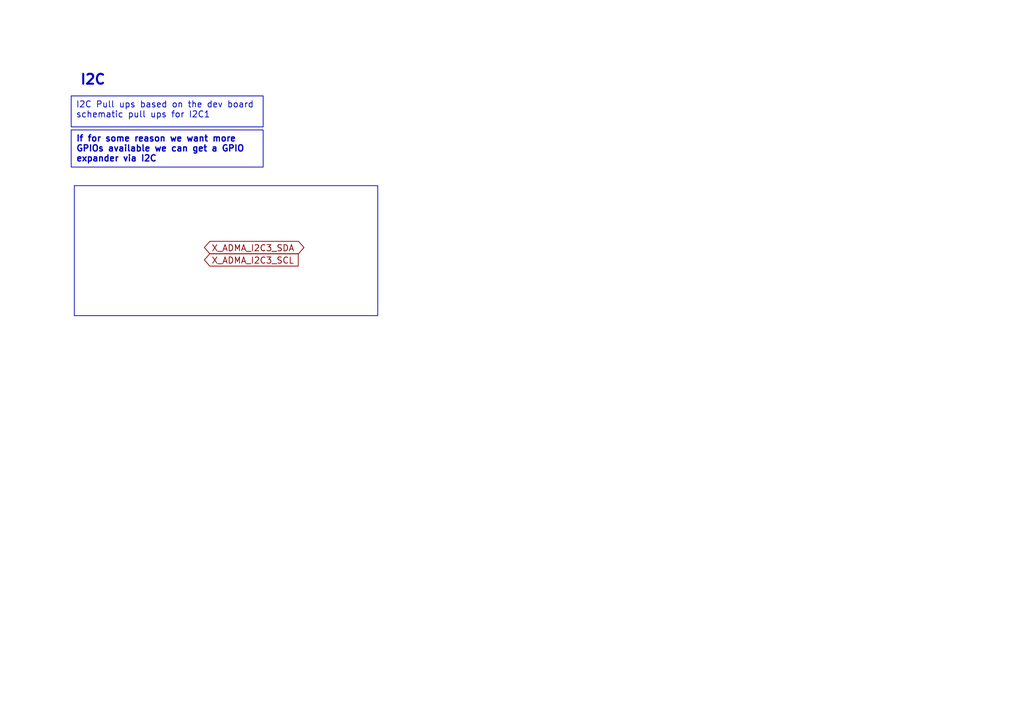
<source format=kicad_sch>
(kicad_sch
	(version 20250114)
	(generator "eeschema")
	(generator_version "9.0")
	(uuid "49225a0e-87a4-4c0f-b68a-b4a3b297ae7b")
	(paper "A5")
	(lib_symbols)
	(rectangle
		(start 15.24 38.1)
		(end 77.47 64.77)
		(stroke
			(width 0)
			(type default)
		)
		(fill
			(type none)
		)
		(uuid 27b05cf1-d697-4c3a-b85e-048c7642a466)
	)
	(text "I2C\n"
		(exclude_from_sim no)
		(at 19.05 16.51 0)
		(effects
			(font
				(size 2.032 2.032)
				(thickness 0.4064)
				(bold yes)
			)
		)
		(uuid "59e65933-5a46-4599-a3ee-bf11b536b00e")
	)
	(text_box "I2C Pull ups based on the dev board schematic pull ups for I2C1"
		(exclude_from_sim no)
		(at 14.605 19.685 0)
		(size 39.37 6.35)
		(margins 0.9525 0.9525 0.9525 0.9525)
		(stroke
			(width 0)
			(type solid)
		)
		(fill
			(type none)
		)
		(effects
			(font
				(size 1.27 1.27)
			)
			(justify left top)
		)
		(uuid "480c2760-19bf-40cc-ba2a-e06da8a1289a")
	)
	(text_box "If for some reason we want more GPIOs available we can get a GPIO expander via I2C"
		(exclude_from_sim no)
		(at 14.605 26.67 0)
		(size 39.37 7.62)
		(margins 0.9525 0.9525 0.9525 0.9525)
		(stroke
			(width 0)
			(type solid)
		)
		(fill
			(type none)
		)
		(effects
			(font
				(size 1.27 1.27)
				(thickness 0.254)
				(bold yes)
			)
			(justify left top)
		)
		(uuid "b58b38af-3c0e-47fc-a8b5-5b7fe2db04c9")
	)
	(global_label "X_ADMA_I2C3_SDA"
		(shape bidirectional)
		(at 41.91 50.8 0)
		(fields_autoplaced yes)
		(effects
			(font
				(size 1.27 1.27)
			)
			(justify left)
		)
		(uuid "1998556d-469c-4fd2-b2fb-d53315fed211")
		(property "Intersheetrefs" "${INTERSHEET_REFS}"
			(at 62.8793 50.8 0)
			(effects
				(font
					(size 1.27 1.27)
				)
				(justify left)
				(hide yes)
			)
		)
	)
	(global_label "X_ADMA_I2C3_SCL"
		(shape input)
		(at 41.91 53.34 0)
		(fields_autoplaced yes)
		(effects
			(font
				(size 1.27 1.27)
			)
			(justify left)
		)
		(uuid "77f127e7-57f3-46be-b963-85a6258c33c1")
		(property "Intersheetrefs" "${INTERSHEET_REFS}"
			(at 61.7075 53.34 0)
			(effects
				(font
					(size 1.27 1.27)
				)
				(justify left)
				(hide yes)
			)
		)
	)
)

</source>
